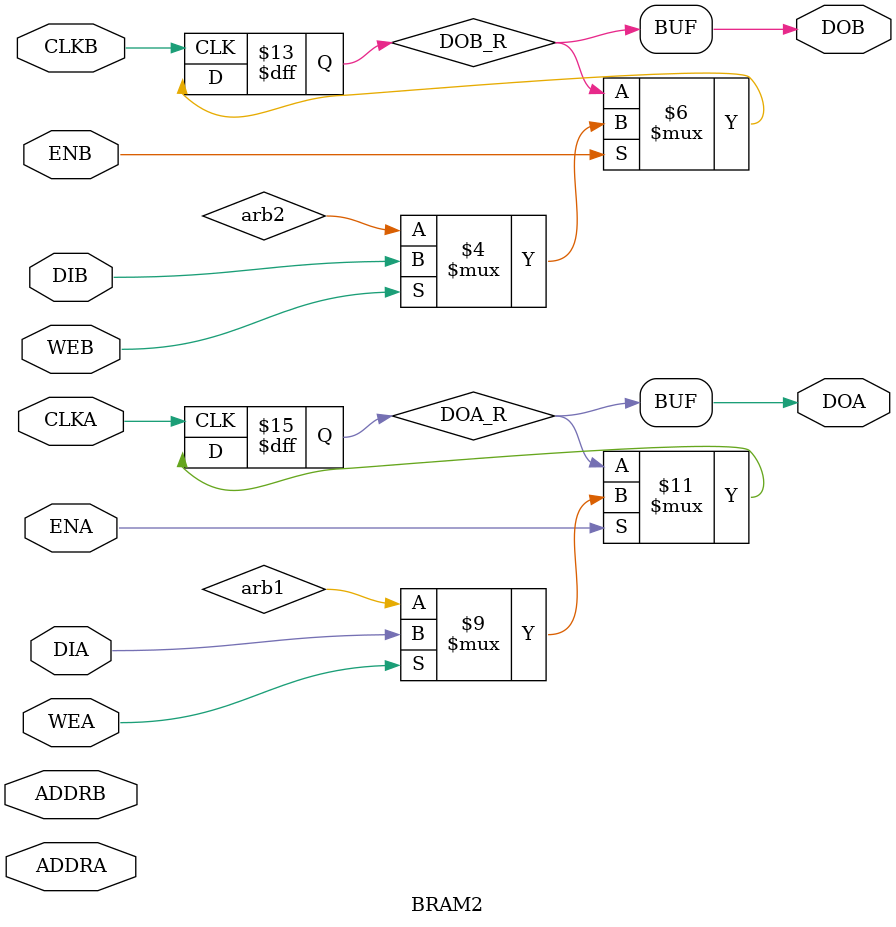
<source format=v>


// The above copyright notice and this permission notice shall be included in
// all copies or substantial portions of the Software.

// THE SOFTWARE IS PROVIDED "AS IS", WITHOUT WARRANTY OF ANY KIND, EXPRESS OR
// IMPLIED, INCLUDING BUT NOT LIMITED TO THE WARRANTIES OF MERCHANTABILITY,
// FITNESS FOR A PARTICULAR PURPOSE AND NONINFRINGEMENT. IN NO EVENT SHALL THE
// AUTHORS OR COPYRIGHT HOLDERS BE LIABLE FOR ANY CLAIM, DAMAGES OR OTHER
// LIABILITY, WHETHER IN AN ACTION OF CONTRACT, TORT OR OTHERWISE, ARISING FROM,
// OUT OF OR IN CONNECTION WITH THE SOFTWARE OR THE USE OR OTHER DEALINGS IN
// THE SOFTWARE.
//
// $Revision$
// $Date$

`ifdef BSV_ASSIGNMENT_DELAY
`else
 `define BSV_ASSIGNMENT_DELAY
`endif

// Dual-Ported BRAM (WRITE FIRST)
module BRAM2(CLKA,
             ENA,
             WEA,
             ADDRA,
             DIA,
             DOA,
             CLKB,
             ENB,
             WEB,
             ADDRB,
             DIB,
             DOB
             );

   parameter                      PIPELINED  = 0;
   parameter                      ADDR_WIDTH = 1;
   parameter                      DATA_WIDTH = 1;
   parameter                      MEMSIZE    = 1;

   input                          CLKA;
   input                          ENA;
   input                          WEA;
   input [ADDR_WIDTH-1:0]         ADDRA;
   input [DATA_WIDTH-1:0]         DIA;
   output [DATA_WIDTH-1:0]        DOA;

   input                          CLKB;
   input                          ENB;
   input                          WEB;
   input [ADDR_WIDTH-1:0]         ADDRB;
   input [DATA_WIDTH-1:0]         DIB;
   output [DATA_WIDTH-1:0]        DOB;

   // reg [DATA_WIDTH-1:0]           RAM[0:MEMSIZE-1] /* synthesis syn_ramstyle="no_rw_check" */ ;
   reg [DATA_WIDTH-1:0]           DOA_R;
   reg [DATA_WIDTH-1:0]           DOB_R;
   reg [DATA_WIDTH-1:0]           DOA_R2;
   reg [DATA_WIDTH-1:0]           DOB_R2;

   (* keep *)wire [DATA_WIDTH-1:0]  arb1;
   (* keep *)wire [DATA_WIDTH-1:0]  arb2;

`ifdef BSV_NO_INITIAL_BLOCKS
`else
   // synopsys translate_off
   integer                        i;
   initial
   begin : init_block
      //for (i = 0; i < MEMSIZE; i = i + 1) begin
      //   RAM[i] = { ((DATA_WIDTH+1)/2) { 2'b10 } };
      //end
      DOA_R = { ((DATA_WIDTH+1)/2) { 2'b10 } };
      DOB_R = { ((DATA_WIDTH+1)/2) { 2'b10 } };
      DOA_R2 = { ((DATA_WIDTH+1)/2) { 2'b10 } };
      DOB_R2 = { ((DATA_WIDTH+1)/2) { 2'b10 } };
   end
   // synopsys translate_on
`endif // !`ifdef BSV_NO_INITIAL_BLOCKS

   always @(posedge CLKA) begin
      if (ENA) begin
         if (WEA) begin
            // RAM[ADDRA] <= `BSV_ASSIGNMENT_DELAY DIA;
            DOA_R <= `BSV_ASSIGNMENT_DELAY DIA;
         end
         else begin
            DOA_R <= arb1; //`BSV_ASSIGNMENT_DELAY RAM[ADDRA];
         end
      end
      DOA_R2 <= `BSV_ASSIGNMENT_DELAY DOA_R;
   end

   always @(posedge CLKB) begin
      if (ENB) begin
         if (WEB) begin
            // RAM[ADDRB] <= `BSV_ASSIGNMENT_DELAY DIB;
            DOB_R <= `BSV_ASSIGNMENT_DELAY DIB;
         end
         else begin
            DOB_R <= arb2; // `BSV_ASSIGNMENT_DELAY RAM[ADDRB];
         end
      end
      DOB_R2 <= `BSV_ASSIGNMENT_DELAY DOB_R;
   end

   // Output drivers
   assign DOA = (PIPELINED) ? DOA_R2 : DOA_R;
   assign DOB = (PIPELINED) ? DOB_R2 : DOB_R;

endmodule // BRAM2

</source>
